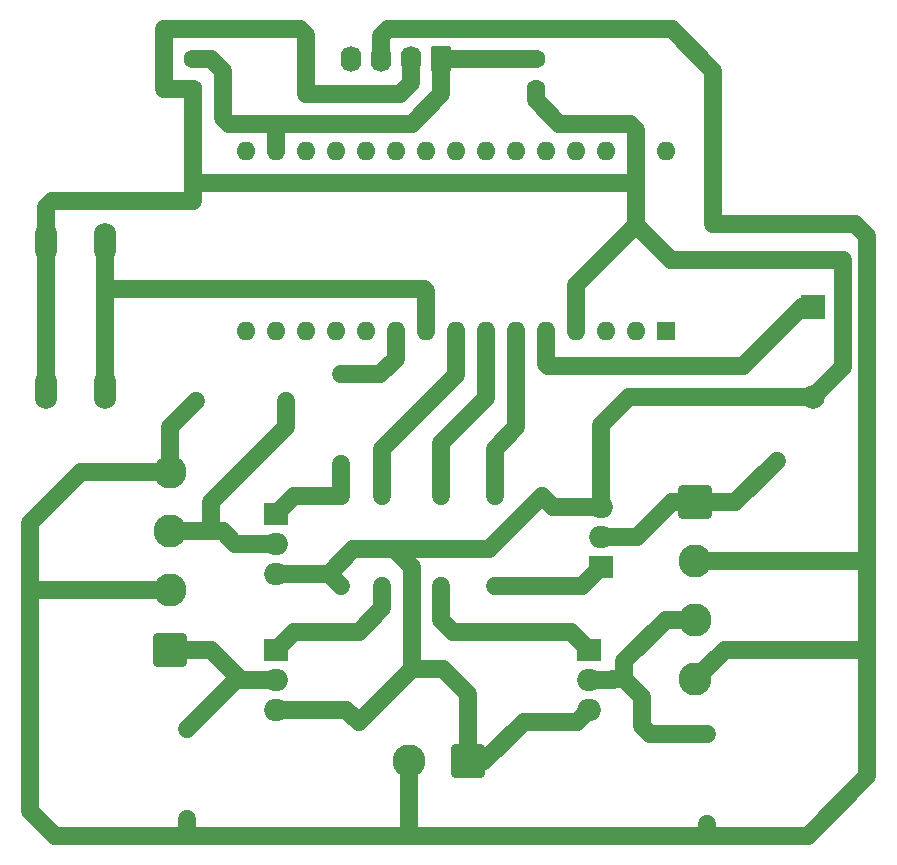
<source format=gbr>
%TF.GenerationSoftware,KiCad,Pcbnew,9.0.6*%
%TF.CreationDate,2025-12-31T10:58:13+01:00*%
%TF.ProjectId,oppakkerV4,6f707061-6b6b-4657-9256-342e6b696361,rev?*%
%TF.SameCoordinates,Original*%
%TF.FileFunction,Copper,L2,Bot*%
%TF.FilePolarity,Positive*%
%FSLAX46Y46*%
G04 Gerber Fmt 4.6, Leading zero omitted, Abs format (unit mm)*
G04 Created by KiCad (PCBNEW 9.0.6) date 2025-12-31 10:58:13*
%MOMM*%
%LPD*%
G01*
G04 APERTURE LIST*
G04 Aperture macros list*
%AMRoundRect*
0 Rectangle with rounded corners*
0 $1 Rounding radius*
0 $2 $3 $4 $5 $6 $7 $8 $9 X,Y pos of 4 corners*
0 Add a 4 corners polygon primitive as box body*
4,1,4,$2,$3,$4,$5,$6,$7,$8,$9,$2,$3,0*
0 Add four circle primitives for the rounded corners*
1,1,$1+$1,$2,$3*
1,1,$1+$1,$4,$5*
1,1,$1+$1,$6,$7*
1,1,$1+$1,$8,$9*
0 Add four rect primitives between the rounded corners*
20,1,$1+$1,$2,$3,$4,$5,0*
20,1,$1+$1,$4,$5,$6,$7,0*
20,1,$1+$1,$6,$7,$8,$9,0*
20,1,$1+$1,$8,$9,$2,$3,0*%
G04 Aperture macros list end*
%TA.AperFunction,ComponentPad*%
%ADD10RoundRect,0.250001X1.149999X-1.149999X1.149999X1.149999X-1.149999X1.149999X-1.149999X-1.149999X0*%
%TD*%
%TA.AperFunction,ComponentPad*%
%ADD11C,2.800000*%
%TD*%
%TA.AperFunction,ComponentPad*%
%ADD12RoundRect,0.250001X1.149999X1.149999X-1.149999X1.149999X-1.149999X-1.149999X1.149999X-1.149999X0*%
%TD*%
%TA.AperFunction,ComponentPad*%
%ADD13RoundRect,0.250001X-1.149999X1.149999X-1.149999X-1.149999X1.149999X-1.149999X1.149999X1.149999X0*%
%TD*%
%TA.AperFunction,ComponentPad*%
%ADD14C,1.400000*%
%TD*%
%TA.AperFunction,ComponentPad*%
%ADD15RoundRect,0.250000X0.620000X0.845000X-0.620000X0.845000X-0.620000X-0.845000X0.620000X-0.845000X0*%
%TD*%
%TA.AperFunction,ComponentPad*%
%ADD16O,1.740000X2.190000*%
%TD*%
%TA.AperFunction,ComponentPad*%
%ADD17R,2.000000X1.905000*%
%TD*%
%TA.AperFunction,ComponentPad*%
%ADD18O,2.000000X1.905000*%
%TD*%
%TA.AperFunction,ComponentPad*%
%ADD19C,1.600000*%
%TD*%
%TA.AperFunction,ComponentPad*%
%ADD20O,1.900000X3.200000*%
%TD*%
%TA.AperFunction,ComponentPad*%
%ADD21R,2.000000X2.000000*%
%TD*%
%TA.AperFunction,ComponentPad*%
%ADD22C,2.000000*%
%TD*%
%TA.AperFunction,ComponentPad*%
%ADD23R,1.600000X1.600000*%
%TD*%
%TA.AperFunction,ComponentPad*%
%ADD24O,1.600000X1.600000*%
%TD*%
%TA.AperFunction,Conductor*%
%ADD25C,1.500000*%
%TD*%
G04 APERTURE END LIST*
D10*
%TO.P,J4,1,Pin_1*%
%TO.N,Net-(D2-A)*%
X38000000Y-74000000D03*
D11*
%TO.P,J4,2,Pin_2*%
%TO.N,/+48V*%
X38000000Y-69000000D03*
%TO.P,J4,3,Pin_3*%
%TO.N,Net-(D3-A)*%
X38000000Y-64000000D03*
%TO.P,J4,4,Pin_4*%
%TO.N,/+48V*%
X38000000Y-59000000D03*
%TD*%
D12*
%TO.P,J3,1,Pin_1*%
%TO.N,/GND*%
X63250000Y-83480000D03*
D11*
%TO.P,J3,2,Pin_2*%
%TO.N,/+48V*%
X58250000Y-83480000D03*
%TD*%
D13*
%TO.P,J1,1,Pin_1*%
%TO.N,Net-(D1-A)*%
X82500000Y-61500000D03*
D11*
%TO.P,J1,2,Pin_2*%
%TO.N,/+48V*%
X82500000Y-66500000D03*
%TO.P,J1,3,Pin_3*%
%TO.N,Net-(D4-A)*%
X82500000Y-71500000D03*
%TO.P,J1,4,Pin_4*%
%TO.N,/+48V*%
X82500000Y-76500000D03*
%TD*%
D14*
%TO.P,D4,1,K*%
%TO.N,/+48V*%
X83500000Y-88810000D03*
%TO.P,D4,2,A*%
%TO.N,Net-(D4-A)*%
X83500000Y-81190000D03*
%TD*%
%TO.P,D3,1,K*%
%TO.N,/+48V*%
X40190000Y-53000000D03*
%TO.P,D3,2,A*%
%TO.N,Net-(D3-A)*%
X47810000Y-53000000D03*
%TD*%
%TO.P,D2,1,K*%
%TO.N,/+48V*%
X39500000Y-88310000D03*
%TO.P,D2,2,A*%
%TO.N,Net-(D2-A)*%
X39500000Y-80690000D03*
%TD*%
%TO.P,D1,1,K*%
%TO.N,/+48V*%
X97000000Y-58000000D03*
%TO.P,D1,2,A*%
%TO.N,Net-(D1-A)*%
X89380000Y-58000000D03*
%TD*%
%TO.P,R4,1*%
%TO.N,Net-(Q2-G)*%
X54000000Y-72500000D03*
%TO.P,R4,2*%
%TO.N,/GND*%
X54000000Y-80120000D03*
%TD*%
%TO.P,R5,1*%
%TO.N,Net-(Q2-G)*%
X56000000Y-68620000D03*
%TO.P,R5,2*%
%TO.N,Net-(A1-D5)*%
X56000000Y-61000000D03*
%TD*%
D15*
%TO.P,J6,1,Pin_1*%
%TO.N,/+3.3V*%
X61000000Y-24000000D03*
D16*
%TO.P,J6,2,Pin_2*%
%TO.N,/GND*%
X58460000Y-24000000D03*
%TO.P,J6,3,Pin_3*%
%TO.N,/+48V*%
X55920000Y-24000000D03*
%TO.P,J6,4,Pin_4*%
%TO.N,unconnected-(J6-Pin_4-Pad4)*%
X53380000Y-24000000D03*
%TD*%
D17*
%TO.P,Q2,1,G*%
%TO.N,Net-(Q2-G)*%
X47000000Y-74000000D03*
D18*
%TO.P,Q2,2,D*%
%TO.N,Net-(D2-A)*%
X47000000Y-76540000D03*
%TO.P,Q2,3,S*%
%TO.N,/GND*%
X47000000Y-79080000D03*
%TD*%
D14*
%TO.P,R7,1*%
%TO.N,Net-(Q3-G)*%
X65500000Y-68620000D03*
%TO.P,R7,2*%
%TO.N,Net-(A1-D3)*%
X65500000Y-61000000D03*
%TD*%
%TO.P,R2,1*%
%TO.N,Net-(Q1-G)*%
X52500000Y-58310000D03*
%TO.P,R2,2*%
%TO.N,Net-(A1-D7)*%
X52500000Y-50690000D03*
%TD*%
D19*
%TO.P,C1,1*%
%TO.N,/+3.3V*%
X40000000Y-24000000D03*
%TO.P,C1,2*%
%TO.N,/GND*%
X40000000Y-26500000D03*
%TD*%
D17*
%TO.P,Q4,1,G*%
%TO.N,Net-(Q4-G)*%
X73500000Y-74000000D03*
D18*
%TO.P,Q4,2,D*%
%TO.N,Net-(D4-A)*%
X73500000Y-76540000D03*
%TO.P,Q4,3,S*%
%TO.N,/GND*%
X73500000Y-79080000D03*
%TD*%
D20*
%TO.P,SW1,1,1*%
%TO.N,/GND*%
X27500000Y-52000000D03*
X27500000Y-39500000D03*
%TO.P,SW1,2,2*%
%TO.N,Net-(A1-D6)*%
X32500000Y-52000000D03*
X32500000Y-39500000D03*
%TD*%
D14*
%TO.P,R1,1*%
%TO.N,Net-(Q1-G)*%
X52500000Y-61000000D03*
%TO.P,R1,2*%
%TO.N,/GND*%
X52500000Y-68620000D03*
%TD*%
%TO.P,R11,1*%
%TO.N,Net-(Q4-G)*%
X68000000Y-72500000D03*
%TO.P,R11,2*%
%TO.N,/GND*%
X68000000Y-80120000D03*
%TD*%
D21*
%TO.P,BZ1,1,+*%
%TO.N,Net-(A1-D2)*%
X92500000Y-45000000D03*
D22*
%TO.P,BZ1,2,-*%
%TO.N,/GND*%
X92500000Y-52600000D03*
%TD*%
D19*
%TO.P,C2,1*%
%TO.N,/+3.3V*%
X69000000Y-24000000D03*
%TO.P,C2,2*%
%TO.N,/GND*%
X69000000Y-26500000D03*
%TD*%
D17*
%TO.P,Q1,1,G*%
%TO.N,Net-(Q1-G)*%
X47000000Y-62500000D03*
D18*
%TO.P,Q1,2,D*%
%TO.N,Net-(D3-A)*%
X47000000Y-65040000D03*
%TO.P,Q1,3,S*%
%TO.N,/GND*%
X47000000Y-67580000D03*
%TD*%
D14*
%TO.P,R8,1*%
%TO.N,Net-(Q3-G)*%
X69500000Y-68620000D03*
%TO.P,R8,2*%
%TO.N,/GND*%
X69500000Y-61000000D03*
%TD*%
D17*
%TO.P,Q3,1,G*%
%TO.N,Net-(Q3-G)*%
X74500000Y-67000000D03*
D18*
%TO.P,Q3,2,D*%
%TO.N,Net-(D1-A)*%
X74500000Y-64460000D03*
%TO.P,Q3,3,S*%
%TO.N,/GND*%
X74500000Y-61920000D03*
%TD*%
D14*
%TO.P,R10,1*%
%TO.N,Net-(Q4-G)*%
X61000000Y-68620000D03*
%TO.P,R10,2*%
%TO.N,Net-(A1-D4)*%
X61000000Y-61000000D03*
%TD*%
D23*
%TO.P,A1,1,D1/TX*%
%TO.N,unconnected-(A1-D1{slash}TX-Pad1)*%
X80000000Y-47000000D03*
D24*
%TO.P,A1,2,D0/RX*%
%TO.N,unconnected-(A1-D0{slash}RX-Pad2)*%
X77460000Y-47000000D03*
%TO.P,A1,3,~{RESET}*%
%TO.N,unconnected-(A1-~{RESET}-Pad3)*%
X74920000Y-47000000D03*
%TO.P,A1,4,GND*%
%TO.N,/GND*%
X72380000Y-47000000D03*
%TO.P,A1,5,D2*%
%TO.N,Net-(A1-D2)*%
X69840000Y-47000000D03*
%TO.P,A1,6,D3*%
%TO.N,Net-(A1-D3)*%
X67300000Y-47000000D03*
%TO.P,A1,7,D4*%
%TO.N,Net-(A1-D4)*%
X64760000Y-47000000D03*
%TO.P,A1,8,D5*%
%TO.N,Net-(A1-D5)*%
X62220000Y-47000000D03*
%TO.P,A1,9,D6*%
%TO.N,Net-(A1-D6)*%
X59680000Y-47000000D03*
%TO.P,A1,10,D7*%
%TO.N,Net-(A1-D7)*%
X57140000Y-47000000D03*
%TO.P,A1,11,D8*%
%TO.N,unconnected-(A1-D8-Pad11)*%
X54600000Y-47000000D03*
%TO.P,A1,12,D9*%
%TO.N,unconnected-(A1-D9-Pad12)*%
X52060000Y-47000000D03*
%TO.P,A1,13,D10*%
%TO.N,unconnected-(A1-D10-Pad13)*%
X49520000Y-47000000D03*
%TO.P,A1,14,D11*%
%TO.N,unconnected-(A1-D11-Pad14)*%
X46980000Y-47000000D03*
%TO.P,A1,15,D12*%
%TO.N,unconnected-(A1-D12-Pad15)*%
X44440000Y-47000000D03*
%TO.P,A1,16,D13*%
%TO.N,unconnected-(A1-D13-Pad16)*%
X44440000Y-31760000D03*
%TO.P,A1,17,3V3*%
%TO.N,/+3.3V*%
X46980000Y-31760000D03*
%TO.P,A1,18,AREF*%
%TO.N,unconnected-(A1-AREF-Pad18)*%
X49520000Y-31760000D03*
%TO.P,A1,19,A0*%
%TO.N,unconnected-(A1-A0-Pad19)*%
X52060000Y-31760000D03*
%TO.P,A1,20,A1*%
%TO.N,unconnected-(A1-A1-Pad20)*%
X54600000Y-31760000D03*
%TO.P,A1,21,A2*%
%TO.N,unconnected-(A1-A2-Pad21)*%
X57140000Y-31760000D03*
%TO.P,A1,22,A3*%
%TO.N,unconnected-(A1-A3-Pad22)*%
X59680000Y-31760000D03*
%TO.P,A1,23,A4*%
%TO.N,unconnected-(A1-A4-Pad23)*%
X62220000Y-31760000D03*
%TO.P,A1,24,A5*%
%TO.N,unconnected-(A1-A5-Pad24)*%
X64760000Y-31760000D03*
%TO.P,A1,25,A6*%
%TO.N,unconnected-(A1-A6-Pad25)*%
X67300000Y-31760000D03*
%TO.P,A1,26,A7*%
%TO.N,unconnected-(A1-A7-Pad26)*%
X69840000Y-31760000D03*
%TO.P,A1,27,+5V*%
%TO.N,unconnected-(A1-+5V-Pad27)*%
X72380000Y-31760000D03*
%TO.P,A1,28,~{RESET}*%
%TO.N,unconnected-(A1-~{RESET}-Pad28)*%
X74920000Y-31760000D03*
%TO.P,A1,29,GND*%
%TO.N,/GND*%
X77460000Y-31760000D03*
%TO.P,A1,30,VIN*%
%TO.N,unconnected-(A1-VIN-Pad30)*%
X80000000Y-31760000D03*
%TD*%
D25*
%TO.N,/GND*%
X61120000Y-75620000D02*
X63250000Y-77750000D01*
X63250000Y-77750000D02*
X63250000Y-83480000D01*
X63250000Y-83480000D02*
X64640000Y-83480000D01*
X64640000Y-83480000D02*
X68000000Y-80120000D01*
%TO.N,/+48V*%
X83500000Y-89749000D02*
X58000000Y-89749000D01*
X58250000Y-83480000D02*
X58250000Y-89499000D01*
X58250000Y-89499000D02*
X58000000Y-89749000D01*
%TO.N,/+3.3V*%
X69000000Y-24000000D02*
X61000000Y-24000000D01*
%TO.N,/GND*%
X69000000Y-27500000D02*
X71000000Y-29500000D01*
X69000000Y-26500000D02*
X69000000Y-27500000D01*
X71000000Y-29500000D02*
X77000000Y-29500000D01*
X77000000Y-29500000D02*
X77500000Y-30000000D01*
X77500000Y-30000000D02*
X77460000Y-30040000D01*
X77460000Y-30040000D02*
X77460000Y-31760000D01*
%TO.N,/+3.3V*%
X58500000Y-29500000D02*
X47000000Y-29500000D01*
X46980000Y-29520000D02*
X47000000Y-29500000D01*
X46980000Y-31760000D02*
X46980000Y-29520000D01*
X61000000Y-24000000D02*
X61000000Y-27000000D01*
X47000000Y-29500000D02*
X43000000Y-29500000D01*
X61000000Y-27000000D02*
X58500000Y-29500000D01*
X42500000Y-29000000D02*
X42500000Y-25000000D01*
X42500000Y-25000000D02*
X41500000Y-24000000D01*
X43000000Y-29500000D02*
X42500000Y-29000000D01*
X41500000Y-24000000D02*
X40000000Y-24000000D01*
%TO.N,Net-(Q3-G)*%
X69500000Y-68620000D02*
X72880000Y-68620000D01*
X72880000Y-68620000D02*
X74500000Y-67000000D01*
%TO.N,/GND*%
X68000000Y-80120000D02*
X72460000Y-80120000D01*
X72460000Y-80120000D02*
X73500000Y-79080000D01*
%TO.N,Net-(D4-A)*%
X82500000Y-71500000D02*
X80000000Y-71500000D01*
X80000000Y-71500000D02*
X76500000Y-75000000D01*
X76500000Y-75000000D02*
X76500000Y-76500000D01*
%TO.N,/GND*%
X77460000Y-38040000D02*
X72380000Y-43120000D01*
X72380000Y-43120000D02*
X72380000Y-47000000D01*
X27500000Y-36500000D02*
X28000000Y-36000000D01*
X40000000Y-36000000D02*
X40000000Y-35000000D01*
X27500000Y-39500000D02*
X27500000Y-36500000D01*
X28000000Y-36000000D02*
X40000000Y-36000000D01*
%TO.N,Net-(A1-D6)*%
X59680000Y-43680000D02*
X59500000Y-43500000D01*
X32500000Y-43500000D02*
X32500000Y-52000000D01*
X59680000Y-47000000D02*
X59680000Y-43680000D01*
X59500000Y-43500000D02*
X32500000Y-43500000D01*
X32500000Y-39500000D02*
X32500000Y-43500000D01*
%TO.N,/GND*%
X27500000Y-52000000D02*
X27500000Y-39500000D01*
%TO.N,Net-(D3-A)*%
X38000000Y-64000000D02*
X41500000Y-64000000D01*
X47810000Y-53000000D02*
X47810000Y-55190000D01*
X47810000Y-55190000D02*
X41500000Y-61500000D01*
X41500000Y-61500000D02*
X41500000Y-64000000D01*
%TO.N,/+48V*%
X26190000Y-87690000D02*
X26190000Y-69500000D01*
X26690000Y-69000000D02*
X26190000Y-69500000D01*
X38000000Y-69000000D02*
X26690000Y-69000000D01*
X58000000Y-89749000D02*
X57500000Y-89749000D01*
X57500000Y-89749000D02*
X39000000Y-89749000D01*
X39500000Y-88310000D02*
X39500000Y-89249000D01*
X39500000Y-89249000D02*
X39000000Y-89749000D01*
%TO.N,Net-(D2-A)*%
X39500000Y-80690000D02*
X43650000Y-76540000D01*
X43650000Y-76540000D02*
X44040000Y-76540000D01*
X38000000Y-74000000D02*
X41500000Y-74000000D01*
X41500000Y-74000000D02*
X44040000Y-76540000D01*
%TO.N,Net-(D3-A)*%
X41500000Y-64000000D02*
X42500000Y-64000000D01*
X42500000Y-64000000D02*
X43540000Y-65040000D01*
%TO.N,/+48V*%
X38000000Y-59000000D02*
X38000000Y-55190000D01*
X38000000Y-55190000D02*
X40190000Y-53000000D01*
X39000000Y-89749000D02*
X28249000Y-89749000D01*
X28249000Y-89749000D02*
X26190000Y-87690000D01*
X26190000Y-69500000D02*
X26190000Y-63310000D01*
X30500000Y-59000000D02*
X38000000Y-59000000D01*
X26190000Y-63310000D02*
X30500000Y-59000000D01*
%TO.N,Net-(D2-A)*%
X47000000Y-76540000D02*
X44040000Y-76540000D01*
%TO.N,Net-(D3-A)*%
X47000000Y-65040000D02*
X43540000Y-65040000D01*
%TO.N,Net-(A1-D7)*%
X52500000Y-50690000D02*
X55810000Y-50690000D01*
X55810000Y-50690000D02*
X57140000Y-49360000D01*
X57140000Y-49360000D02*
X57140000Y-47000000D01*
%TO.N,Net-(Q1-G)*%
X52500000Y-61000000D02*
X52500000Y-58310000D01*
%TO.N,Net-(D1-A)*%
X82500000Y-61500000D02*
X85880000Y-61500000D01*
X85880000Y-61500000D02*
X89380000Y-58000000D01*
X77540000Y-64460000D02*
X80500000Y-61500000D01*
X80500000Y-61500000D02*
X82500000Y-61500000D01*
%TO.N,/+48V*%
X97000000Y-74000000D02*
X97000000Y-66500000D01*
X82500000Y-66500000D02*
X97000000Y-66500000D01*
X82500000Y-76500000D02*
X85000000Y-74000000D01*
X85000000Y-74000000D02*
X97000000Y-74000000D01*
X97000000Y-84749000D02*
X97000000Y-74000000D01*
%TO.N,Net-(D4-A)*%
X78690000Y-81190000D02*
X78000000Y-80500000D01*
X83500000Y-81190000D02*
X78690000Y-81190000D01*
X78000000Y-78000000D02*
X76500000Y-76500000D01*
X78000000Y-80500000D02*
X78000000Y-78000000D01*
%TO.N,/+48V*%
X83500000Y-88810000D02*
X83500000Y-89749000D01*
X97000000Y-58000000D02*
X97000000Y-39000000D01*
X84000000Y-25000000D02*
X84000000Y-38000000D01*
X96000000Y-38000000D02*
X84000000Y-38000000D01*
X97000000Y-39000000D02*
X96000000Y-38000000D01*
X83500000Y-89749000D02*
X92000000Y-89749000D01*
X97000000Y-66500000D02*
X97000000Y-58000000D01*
X92000000Y-89749000D02*
X97000000Y-84749000D01*
%TO.N,/GND*%
X49500000Y-27000000D02*
X49500000Y-22000000D01*
X58460000Y-26040000D02*
X57500000Y-27000000D01*
X49500000Y-22000000D02*
X49000000Y-21500000D01*
X58460000Y-24000000D02*
X58460000Y-26040000D01*
X57500000Y-27000000D02*
X49500000Y-27000000D01*
X49000000Y-21500000D02*
X37998000Y-21500000D01*
%TO.N,/+48V*%
X55920000Y-24000000D02*
X55920000Y-22080000D01*
X55920000Y-22080000D02*
X56500000Y-21500000D01*
X56500000Y-21500000D02*
X80500000Y-21500000D01*
X80500000Y-21500000D02*
X84000000Y-25000000D01*
%TO.N,/GND*%
X77460000Y-34500000D02*
X77460000Y-38040000D01*
X40000000Y-35000000D02*
X40000000Y-26500000D01*
X77460000Y-34500000D02*
X40500000Y-34500000D01*
X40500000Y-34500000D02*
X40000000Y-35000000D01*
%TO.N,Net-(A1-D2)*%
X69840000Y-47000000D02*
X69840000Y-49840000D01*
X69840000Y-49840000D02*
X70000000Y-50000000D01*
X86500000Y-50000000D02*
X91500000Y-45000000D01*
X91500000Y-45000000D02*
X92500000Y-45000000D01*
X70000000Y-50000000D02*
X86500000Y-50000000D01*
%TO.N,Net-(A1-D3)*%
X67300000Y-47000000D02*
X67300000Y-55200000D01*
X67300000Y-55200000D02*
X65500000Y-57000000D01*
X65500000Y-57000000D02*
X65500000Y-61000000D01*
%TO.N,Net-(A1-D4)*%
X64760000Y-47000000D02*
X64760000Y-52740000D01*
X61000000Y-56500000D02*
X61000000Y-61000000D01*
X64760000Y-52740000D02*
X61000000Y-56500000D01*
%TO.N,Net-(A1-D5)*%
X62220000Y-47000000D02*
X62220000Y-50780000D01*
X62220000Y-50780000D02*
X56000000Y-57000000D01*
X56000000Y-57000000D02*
X56000000Y-61000000D01*
%TO.N,/GND*%
X69500000Y-61000000D02*
X65000000Y-65500000D01*
X65000000Y-65500000D02*
X57000000Y-65500000D01*
%TO.N,Net-(D1-A)*%
X74500000Y-64460000D02*
X77540000Y-64460000D01*
%TO.N,Net-(D4-A)*%
X75500000Y-76500000D02*
X76500000Y-76500000D01*
%TO.N,/GND*%
X74500000Y-61920000D02*
X74500000Y-55000000D01*
X76900000Y-52600000D02*
X92500000Y-52600000D01*
X74500000Y-55000000D02*
X76900000Y-52600000D01*
X74500000Y-61920000D02*
X70420000Y-61920000D01*
X70420000Y-61920000D02*
X69500000Y-61000000D01*
X92500000Y-52600000D02*
X95000000Y-50100000D01*
X95000000Y-50100000D02*
X95000000Y-41000000D01*
X95000000Y-41000000D02*
X80420000Y-41000000D01*
X80420000Y-41000000D02*
X77460000Y-38040000D01*
X40000000Y-26500000D02*
X37500000Y-26500000D01*
X37500000Y-26500000D02*
X37500000Y-21500000D01*
X77460000Y-31760000D02*
X77460000Y-34500000D01*
%TO.N,Net-(Q1-G)*%
X52500000Y-61000000D02*
X48500000Y-61000000D01*
X48500000Y-61000000D02*
X47000000Y-62500000D01*
%TO.N,Net-(Q3-G)*%
X65500000Y-68620000D02*
X69500000Y-68620000D01*
%TO.N,Net-(Q4-G)*%
X68000000Y-72500000D02*
X72000000Y-72500000D01*
X72000000Y-72500000D02*
X73500000Y-74000000D01*
%TO.N,Net-(D4-A)*%
X75500000Y-76500000D02*
X75540000Y-76540000D01*
X75460000Y-76540000D02*
X75500000Y-76500000D01*
X73500000Y-76540000D02*
X75460000Y-76540000D01*
%TO.N,Net-(Q4-G)*%
X61000000Y-68620000D02*
X61000000Y-71500000D01*
X61000000Y-71500000D02*
X62000000Y-72500000D01*
X62000000Y-72500000D02*
X68000000Y-72500000D01*
%TO.N,Net-(Q2-G)*%
X56000000Y-68620000D02*
X56000000Y-70500000D01*
X56000000Y-70500000D02*
X54000000Y-72500000D01*
%TO.N,/GND*%
X61120000Y-75620000D02*
X58500000Y-75620000D01*
X51460000Y-67580000D02*
X53540000Y-65500000D01*
X53540000Y-65500000D02*
X57000000Y-65500000D01*
X57000000Y-65500000D02*
X58500000Y-67000000D01*
X58500000Y-67000000D02*
X58500000Y-75620000D01*
X58500000Y-75620000D02*
X54000000Y-80120000D01*
X47000000Y-79080000D02*
X52960000Y-79080000D01*
X52960000Y-79080000D02*
X54000000Y-80120000D01*
%TO.N,Net-(Q2-G)*%
X47000000Y-74000000D02*
X48500000Y-72500000D01*
X48500000Y-72500000D02*
X54000000Y-72500000D01*
%TO.N,/GND*%
X47000000Y-67580000D02*
X51460000Y-67580000D01*
X51460000Y-67580000D02*
X52500000Y-68620000D01*
%TO.N,Net-(D2-A)*%
X46960000Y-76500000D02*
X47000000Y-76540000D01*
%TD*%
M02*

</source>
